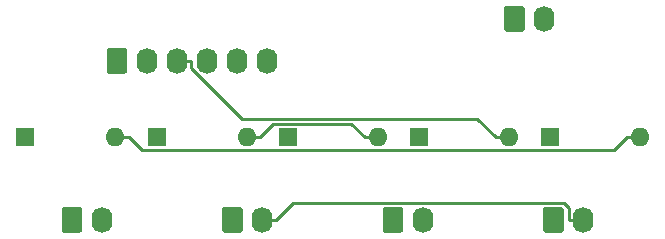
<source format=gbr>
G04 #@! TF.GenerationSoftware,KiCad,Pcbnew,(5.1.5-0-10_14)*
G04 #@! TF.CreationDate,2021-03-15T06:00:47+10:00*
G04 #@! TF.ProjectId,OH - Left Console - 18 - Left Essential Circuit Breakers,4f48202d-204c-4656-9674-20436f6e736f,rev?*
G04 #@! TF.SameCoordinates,Original*
G04 #@! TF.FileFunction,Copper,L1,Top*
G04 #@! TF.FilePolarity,Positive*
%FSLAX46Y46*%
G04 Gerber Fmt 4.6, Leading zero omitted, Abs format (unit mm)*
G04 Created by KiCad (PCBNEW (5.1.5-0-10_14)) date 2021-03-15 06:00:47*
%MOMM*%
%LPD*%
G04 APERTURE LIST*
%ADD10O,1.740000X2.200000*%
%ADD11C,0.100000*%
%ADD12O,1.600000X1.600000*%
%ADD13R,1.600000X1.600000*%
%ADD14C,0.250000*%
G04 APERTURE END LIST*
D10*
X161036000Y-109855000D03*
G04 #@! TA.AperFunction,ComponentPad*
D11*
G36*
X159140505Y-108756204D02*
G01*
X159164773Y-108759804D01*
X159188572Y-108765765D01*
X159211671Y-108774030D01*
X159233850Y-108784520D01*
X159254893Y-108797132D01*
X159274599Y-108811747D01*
X159292777Y-108828223D01*
X159309253Y-108846401D01*
X159323868Y-108866107D01*
X159336480Y-108887150D01*
X159346970Y-108909329D01*
X159355235Y-108932428D01*
X159361196Y-108956227D01*
X159364796Y-108980495D01*
X159366000Y-109004999D01*
X159366000Y-110705001D01*
X159364796Y-110729505D01*
X159361196Y-110753773D01*
X159355235Y-110777572D01*
X159346970Y-110800671D01*
X159336480Y-110822850D01*
X159323868Y-110843893D01*
X159309253Y-110863599D01*
X159292777Y-110881777D01*
X159274599Y-110898253D01*
X159254893Y-110912868D01*
X159233850Y-110925480D01*
X159211671Y-110935970D01*
X159188572Y-110944235D01*
X159164773Y-110950196D01*
X159140505Y-110953796D01*
X159116001Y-110955000D01*
X157875999Y-110955000D01*
X157851495Y-110953796D01*
X157827227Y-110950196D01*
X157803428Y-110944235D01*
X157780329Y-110935970D01*
X157758150Y-110925480D01*
X157737107Y-110912868D01*
X157717401Y-110898253D01*
X157699223Y-110881777D01*
X157682747Y-110863599D01*
X157668132Y-110843893D01*
X157655520Y-110822850D01*
X157645030Y-110800671D01*
X157636765Y-110777572D01*
X157630804Y-110753773D01*
X157627204Y-110729505D01*
X157626000Y-110705001D01*
X157626000Y-109004999D01*
X157627204Y-108980495D01*
X157630804Y-108956227D01*
X157636765Y-108932428D01*
X157645030Y-108909329D01*
X157655520Y-108887150D01*
X157668132Y-108866107D01*
X157682747Y-108846401D01*
X157699223Y-108828223D01*
X157717401Y-108811747D01*
X157737107Y-108797132D01*
X157758150Y-108784520D01*
X157780329Y-108774030D01*
X157803428Y-108765765D01*
X157827227Y-108759804D01*
X157851495Y-108756204D01*
X157875999Y-108755000D01*
X159116001Y-108755000D01*
X159140505Y-108756204D01*
G37*
G04 #@! TD.AperFunction*
D10*
X147447000Y-109855000D03*
G04 #@! TA.AperFunction,ComponentPad*
D11*
G36*
X145551505Y-108756204D02*
G01*
X145575773Y-108759804D01*
X145599572Y-108765765D01*
X145622671Y-108774030D01*
X145644850Y-108784520D01*
X145665893Y-108797132D01*
X145685599Y-108811747D01*
X145703777Y-108828223D01*
X145720253Y-108846401D01*
X145734868Y-108866107D01*
X145747480Y-108887150D01*
X145757970Y-108909329D01*
X145766235Y-108932428D01*
X145772196Y-108956227D01*
X145775796Y-108980495D01*
X145777000Y-109004999D01*
X145777000Y-110705001D01*
X145775796Y-110729505D01*
X145772196Y-110753773D01*
X145766235Y-110777572D01*
X145757970Y-110800671D01*
X145747480Y-110822850D01*
X145734868Y-110843893D01*
X145720253Y-110863599D01*
X145703777Y-110881777D01*
X145685599Y-110898253D01*
X145665893Y-110912868D01*
X145644850Y-110925480D01*
X145622671Y-110935970D01*
X145599572Y-110944235D01*
X145575773Y-110950196D01*
X145551505Y-110953796D01*
X145527001Y-110955000D01*
X144286999Y-110955000D01*
X144262495Y-110953796D01*
X144238227Y-110950196D01*
X144214428Y-110944235D01*
X144191329Y-110935970D01*
X144169150Y-110925480D01*
X144148107Y-110912868D01*
X144128401Y-110898253D01*
X144110223Y-110881777D01*
X144093747Y-110863599D01*
X144079132Y-110843893D01*
X144066520Y-110822850D01*
X144056030Y-110800671D01*
X144047765Y-110777572D01*
X144041804Y-110753773D01*
X144038204Y-110729505D01*
X144037000Y-110705001D01*
X144037000Y-109004999D01*
X144038204Y-108980495D01*
X144041804Y-108956227D01*
X144047765Y-108932428D01*
X144056030Y-108909329D01*
X144066520Y-108887150D01*
X144079132Y-108866107D01*
X144093747Y-108846401D01*
X144110223Y-108828223D01*
X144128401Y-108811747D01*
X144148107Y-108797132D01*
X144169150Y-108784520D01*
X144191329Y-108774030D01*
X144214428Y-108765765D01*
X144238227Y-108759804D01*
X144262495Y-108756204D01*
X144286999Y-108755000D01*
X145527001Y-108755000D01*
X145551505Y-108756204D01*
G37*
G04 #@! TD.AperFunction*
D10*
X133858000Y-109855000D03*
G04 #@! TA.AperFunction,ComponentPad*
D11*
G36*
X131962505Y-108756204D02*
G01*
X131986773Y-108759804D01*
X132010572Y-108765765D01*
X132033671Y-108774030D01*
X132055850Y-108784520D01*
X132076893Y-108797132D01*
X132096599Y-108811747D01*
X132114777Y-108828223D01*
X132131253Y-108846401D01*
X132145868Y-108866107D01*
X132158480Y-108887150D01*
X132168970Y-108909329D01*
X132177235Y-108932428D01*
X132183196Y-108956227D01*
X132186796Y-108980495D01*
X132188000Y-109004999D01*
X132188000Y-110705001D01*
X132186796Y-110729505D01*
X132183196Y-110753773D01*
X132177235Y-110777572D01*
X132168970Y-110800671D01*
X132158480Y-110822850D01*
X132145868Y-110843893D01*
X132131253Y-110863599D01*
X132114777Y-110881777D01*
X132096599Y-110898253D01*
X132076893Y-110912868D01*
X132055850Y-110925480D01*
X132033671Y-110935970D01*
X132010572Y-110944235D01*
X131986773Y-110950196D01*
X131962505Y-110953796D01*
X131938001Y-110955000D01*
X130697999Y-110955000D01*
X130673495Y-110953796D01*
X130649227Y-110950196D01*
X130625428Y-110944235D01*
X130602329Y-110935970D01*
X130580150Y-110925480D01*
X130559107Y-110912868D01*
X130539401Y-110898253D01*
X130521223Y-110881777D01*
X130504747Y-110863599D01*
X130490132Y-110843893D01*
X130477520Y-110822850D01*
X130467030Y-110800671D01*
X130458765Y-110777572D01*
X130452804Y-110753773D01*
X130449204Y-110729505D01*
X130448000Y-110705001D01*
X130448000Y-109004999D01*
X130449204Y-108980495D01*
X130452804Y-108956227D01*
X130458765Y-108932428D01*
X130467030Y-108909329D01*
X130477520Y-108887150D01*
X130490132Y-108866107D01*
X130504747Y-108846401D01*
X130521223Y-108828223D01*
X130539401Y-108811747D01*
X130559107Y-108797132D01*
X130580150Y-108784520D01*
X130602329Y-108774030D01*
X130625428Y-108765765D01*
X130649227Y-108759804D01*
X130673495Y-108756204D01*
X130697999Y-108755000D01*
X131938001Y-108755000D01*
X131962505Y-108756204D01*
G37*
G04 #@! TD.AperFunction*
D10*
X120269000Y-109855000D03*
G04 #@! TA.AperFunction,ComponentPad*
D11*
G36*
X118373505Y-108756204D02*
G01*
X118397773Y-108759804D01*
X118421572Y-108765765D01*
X118444671Y-108774030D01*
X118466850Y-108784520D01*
X118487893Y-108797132D01*
X118507599Y-108811747D01*
X118525777Y-108828223D01*
X118542253Y-108846401D01*
X118556868Y-108866107D01*
X118569480Y-108887150D01*
X118579970Y-108909329D01*
X118588235Y-108932428D01*
X118594196Y-108956227D01*
X118597796Y-108980495D01*
X118599000Y-109004999D01*
X118599000Y-110705001D01*
X118597796Y-110729505D01*
X118594196Y-110753773D01*
X118588235Y-110777572D01*
X118579970Y-110800671D01*
X118569480Y-110822850D01*
X118556868Y-110843893D01*
X118542253Y-110863599D01*
X118525777Y-110881777D01*
X118507599Y-110898253D01*
X118487893Y-110912868D01*
X118466850Y-110925480D01*
X118444671Y-110935970D01*
X118421572Y-110944235D01*
X118397773Y-110950196D01*
X118373505Y-110953796D01*
X118349001Y-110955000D01*
X117108999Y-110955000D01*
X117084495Y-110953796D01*
X117060227Y-110950196D01*
X117036428Y-110944235D01*
X117013329Y-110935970D01*
X116991150Y-110925480D01*
X116970107Y-110912868D01*
X116950401Y-110898253D01*
X116932223Y-110881777D01*
X116915747Y-110863599D01*
X116901132Y-110843893D01*
X116888520Y-110822850D01*
X116878030Y-110800671D01*
X116869765Y-110777572D01*
X116863804Y-110753773D01*
X116860204Y-110729505D01*
X116859000Y-110705001D01*
X116859000Y-109004999D01*
X116860204Y-108980495D01*
X116863804Y-108956227D01*
X116869765Y-108932428D01*
X116878030Y-108909329D01*
X116888520Y-108887150D01*
X116901132Y-108866107D01*
X116915747Y-108846401D01*
X116932223Y-108828223D01*
X116950401Y-108811747D01*
X116970107Y-108797132D01*
X116991150Y-108784520D01*
X117013329Y-108774030D01*
X117036428Y-108765765D01*
X117060227Y-108759804D01*
X117084495Y-108756204D01*
X117108999Y-108755000D01*
X118349001Y-108755000D01*
X118373505Y-108756204D01*
G37*
G04 #@! TD.AperFunction*
D10*
X157734000Y-92837000D03*
G04 #@! TA.AperFunction,ComponentPad*
D11*
G36*
X155838505Y-91738204D02*
G01*
X155862773Y-91741804D01*
X155886572Y-91747765D01*
X155909671Y-91756030D01*
X155931850Y-91766520D01*
X155952893Y-91779132D01*
X155972599Y-91793747D01*
X155990777Y-91810223D01*
X156007253Y-91828401D01*
X156021868Y-91848107D01*
X156034480Y-91869150D01*
X156044970Y-91891329D01*
X156053235Y-91914428D01*
X156059196Y-91938227D01*
X156062796Y-91962495D01*
X156064000Y-91986999D01*
X156064000Y-93687001D01*
X156062796Y-93711505D01*
X156059196Y-93735773D01*
X156053235Y-93759572D01*
X156044970Y-93782671D01*
X156034480Y-93804850D01*
X156021868Y-93825893D01*
X156007253Y-93845599D01*
X155990777Y-93863777D01*
X155972599Y-93880253D01*
X155952893Y-93894868D01*
X155931850Y-93907480D01*
X155909671Y-93917970D01*
X155886572Y-93926235D01*
X155862773Y-93932196D01*
X155838505Y-93935796D01*
X155814001Y-93937000D01*
X154573999Y-93937000D01*
X154549495Y-93935796D01*
X154525227Y-93932196D01*
X154501428Y-93926235D01*
X154478329Y-93917970D01*
X154456150Y-93907480D01*
X154435107Y-93894868D01*
X154415401Y-93880253D01*
X154397223Y-93863777D01*
X154380747Y-93845599D01*
X154366132Y-93825893D01*
X154353520Y-93804850D01*
X154343030Y-93782671D01*
X154334765Y-93759572D01*
X154328804Y-93735773D01*
X154325204Y-93711505D01*
X154324000Y-93687001D01*
X154324000Y-91986999D01*
X154325204Y-91962495D01*
X154328804Y-91938227D01*
X154334765Y-91914428D01*
X154343030Y-91891329D01*
X154353520Y-91869150D01*
X154366132Y-91848107D01*
X154380747Y-91828401D01*
X154397223Y-91810223D01*
X154415401Y-91793747D01*
X154435107Y-91779132D01*
X154456150Y-91766520D01*
X154478329Y-91756030D01*
X154501428Y-91747765D01*
X154525227Y-91741804D01*
X154549495Y-91738204D01*
X154573999Y-91737000D01*
X155814001Y-91737000D01*
X155838505Y-91738204D01*
G37*
G04 #@! TD.AperFunction*
D10*
X134239000Y-96393000D03*
X131699000Y-96393000D03*
X129159000Y-96393000D03*
X126619000Y-96393000D03*
X124079000Y-96393000D03*
G04 #@! TA.AperFunction,ComponentPad*
D11*
G36*
X122183505Y-95294204D02*
G01*
X122207773Y-95297804D01*
X122231572Y-95303765D01*
X122254671Y-95312030D01*
X122276850Y-95322520D01*
X122297893Y-95335132D01*
X122317599Y-95349747D01*
X122335777Y-95366223D01*
X122352253Y-95384401D01*
X122366868Y-95404107D01*
X122379480Y-95425150D01*
X122389970Y-95447329D01*
X122398235Y-95470428D01*
X122404196Y-95494227D01*
X122407796Y-95518495D01*
X122409000Y-95542999D01*
X122409000Y-97243001D01*
X122407796Y-97267505D01*
X122404196Y-97291773D01*
X122398235Y-97315572D01*
X122389970Y-97338671D01*
X122379480Y-97360850D01*
X122366868Y-97381893D01*
X122352253Y-97401599D01*
X122335777Y-97419777D01*
X122317599Y-97436253D01*
X122297893Y-97450868D01*
X122276850Y-97463480D01*
X122254671Y-97473970D01*
X122231572Y-97482235D01*
X122207773Y-97488196D01*
X122183505Y-97491796D01*
X122159001Y-97493000D01*
X120918999Y-97493000D01*
X120894495Y-97491796D01*
X120870227Y-97488196D01*
X120846428Y-97482235D01*
X120823329Y-97473970D01*
X120801150Y-97463480D01*
X120780107Y-97450868D01*
X120760401Y-97436253D01*
X120742223Y-97419777D01*
X120725747Y-97401599D01*
X120711132Y-97381893D01*
X120698520Y-97360850D01*
X120688030Y-97338671D01*
X120679765Y-97315572D01*
X120673804Y-97291773D01*
X120670204Y-97267505D01*
X120669000Y-97243001D01*
X120669000Y-95542999D01*
X120670204Y-95518495D01*
X120673804Y-95494227D01*
X120679765Y-95470428D01*
X120688030Y-95447329D01*
X120698520Y-95425150D01*
X120711132Y-95404107D01*
X120725747Y-95384401D01*
X120742223Y-95366223D01*
X120760401Y-95349747D01*
X120780107Y-95335132D01*
X120801150Y-95322520D01*
X120823329Y-95312030D01*
X120846428Y-95303765D01*
X120870227Y-95297804D01*
X120894495Y-95294204D01*
X120918999Y-95293000D01*
X122159001Y-95293000D01*
X122183505Y-95294204D01*
G37*
G04 #@! TD.AperFunction*
D12*
X154750000Y-102870000D03*
D13*
X147130000Y-102870000D03*
D12*
X143637000Y-102870000D03*
D13*
X136017000Y-102870000D03*
D12*
X132524000Y-102870000D03*
D13*
X124904000Y-102870000D03*
D12*
X121412000Y-102870000D03*
D13*
X113792000Y-102870000D03*
D12*
X165862000Y-102870000D03*
D13*
X158242000Y-102870000D03*
D14*
X121412000Y-102870000D02*
X122537300Y-102870000D01*
X165862000Y-102870000D02*
X164736700Y-102870000D01*
X164736700Y-102870000D02*
X163611400Y-103995300D01*
X163611400Y-103995300D02*
X123662600Y-103995300D01*
X123662600Y-103995300D02*
X122537300Y-102870000D01*
X143637000Y-102870000D02*
X142511700Y-102870000D01*
X132524000Y-102870000D02*
X133649300Y-102870000D01*
X133649300Y-102870000D02*
X134774600Y-101744700D01*
X134774600Y-101744700D02*
X141386400Y-101744700D01*
X141386400Y-101744700D02*
X142511700Y-102870000D01*
X153624700Y-102870000D02*
X152049100Y-101294400D01*
X152049100Y-101294400D02*
X132118000Y-101294400D01*
X132118000Y-101294400D02*
X127814300Y-96990700D01*
X127814300Y-96990700D02*
X127814300Y-96393000D01*
X126619000Y-96393000D02*
X127814300Y-96393000D01*
X154750000Y-102870000D02*
X153624700Y-102870000D01*
X161036000Y-109855000D02*
X159840700Y-109855000D01*
X133858000Y-109855000D02*
X135053300Y-109855000D01*
X135053300Y-109855000D02*
X136493700Y-108414600D01*
X136493700Y-108414600D02*
X159371500Y-108414600D01*
X159371500Y-108414600D02*
X159840700Y-108883800D01*
X159840700Y-108883800D02*
X159840700Y-109855000D01*
M02*

</source>
